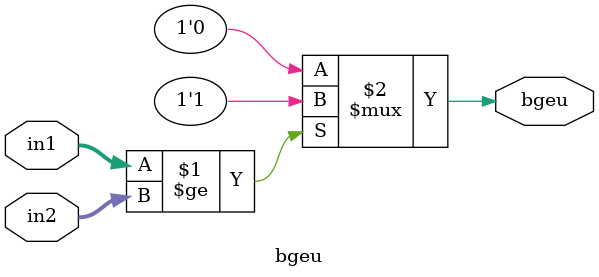
<source format=v>
`define ZILLA_32_BIT 
`timescale 1ns / 1ps

module branch_condition_check #(parameter DATA_WIDTH    = 0,
                                parameter OPCODE        = 0,
                                parameter FUNC3         = 0,
                                parameter PC_WIDTH      = 0,
                                parameter GPR_ADDR_WIDTH = 0)
(
input 			                    br_clk		        ,//external clock
input 			                    br_rst		        ,//external reset
input                               wdt_reset_i         ,
input       		                stall_en	        ,
input 		[OPCODE-1        :0] 	opcode		        ,
input 		[FUNC3-1         :0] 	func3		        ,
input 		[DATA_WIDTH-1    :0] 	rs1_data	        ,//source register 1 data
input 		[DATA_WIDTH-1    :0] 	rs2_data	        ,//source register 2 data
input 		[DATA_WIDTH-1    :0]    alu_data	        ,//ALU output data
input 		[DATA_WIDTH-1    :0]	mem_wb_data	        ,//ALU data/memory read data
input 		[DATA_WIDTH-1    :0]	wb_data		        ,//multiplexer output
input 		[GPR_ADDR_WIDTH-1:0]    id_ex_rd	        ,
input 			                    id_ex_reg_wr_en	    ,
input 		[GPR_ADDR_WIDTH-1:0]    id_ex_rs1	        ,
input 		[GPR_ADDR_WIDTH-1:0]    id_ex_rs2	        ,
input 		[DATA_WIDTH-1    :0] 	imm_val		        ,//immediate value as target address offset
input 		[PC_WIDTH-1      :0] 	pc		            ,//program counter value
output 		[PC_WIDTH-1      :0] 	branch_pc	        ,//calculated target address to instruction memory
output     	                        branch_en	        , //branch enable signal to instruction memory
input                               debug_mode_valid_i  

);

reg             	              branch_enable	    ;
wire 			                  beq		        ;
wire 			                  bne		        ;
wire 			                  blt		        ;
wire 			                  bge		        ;
wire 			                  bltu		        ;
wire 			                  bgeu		        ;
reg 		[DATA_WIDTH-1    :0]  oper1		        ;
reg 		[DATA_WIDTH-1    :0]  oper2		        ;
wire 		[PC_WIDTH-1      :0]  pc_r 		        ;
wire        [PC_WIDTH-1      :0]  pc_r1             ;
wire        [PC_WIDTH-1      :0]  pc_r2             ;
reg 		[GPR_ADDR_WIDTH-1:0]  ex_mem_rd	        ;
reg 		[GPR_ADDR_WIDTH-1:0]  mem_wb_rd	        ;
reg 		[GPR_ADDR_WIDTH-1:0]  wb_rd    	        ;
reg 		[1:0]                 fwd_br_rs1	    ;
reg 		[1:0]                 fwd_br_rs2	    ;
reg 		                      ex_mem_reg_wr_en  ;
reg 		                      mem_wb_reg_wr_en  ;
reg 		                      wb_reg_wr_en      ;

reg debug_mode_valid_r;
reg debug_mode_valid_r1;
reg debug_mode_valid_r2;
wire debug_mode_valid_w;

//calculate right pc value: 
//pipelining the rsq,rs2 and rd values to detect hazard condition
always@(posedge br_clk or negedge br_rst)
begin
	if(!br_rst)
	begin
			ex_mem_rd		    <= {GPR_ADDR_WIDTH{1'b0}}; 
            mem_wb_rd		    <= {GPR_ADDR_WIDTH{1'b0}};
        	wb_rd  			    <= {GPR_ADDR_WIDTH{1'b0}};
			ex_mem_reg_wr_en	<= 1'd0			         ;
        	mem_wb_reg_wr_en	<= 1'd0			         ;
        	wb_reg_wr_en    	<= 1'd0			         ;
            debug_mode_valid_r  <= 1'b0                  ;
            debug_mode_valid_r1 <= 1'b0                  ;
            debug_mode_valid_r2 <= 1'b0                  ;

	end
	else
	begin
			ex_mem_rd		    <= id_ex_rd		         ;
			mem_wb_rd		    <= ex_mem_rd		     ;
			wb_rd  			    <= mem_wb_rd		     ;
			ex_mem_reg_wr_en	<= id_ex_reg_wr_en	     ;
			mem_wb_reg_wr_en	<= ex_mem_reg_wr_en	     ;
			wb_reg_wr_en    	<= mem_wb_reg_wr_en	     ;
            debug_mode_valid_r  <= debug_mode_valid_i    ;
            debug_mode_valid_r1 <= debug_mode_valid_r    ;
            debug_mode_valid_r2 <= debug_mode_valid_r1   ;

	end
end
assign pc_r2                    = pc - 20'd8                        ;
assign pc_r1                    = pc - 20'd4                        ;
assign branch_en                = stall_en ? 1'b0 : branch_enable   ;

assign debug_mode_valid_w = debug_mode_valid_i || debug_mode_valid_r  || debug_mode_valid_r1 || debug_mode_valid_r2 ;
assign pc_r               = debug_mode_valid_w ? pc_r1 : pc_r2;

//hazard condition detection with respect to rs1 address
assign rs1_fwd_ex_mem	= ((ex_mem_rd 	!= {GPR_ADDR_WIDTH{1'b0}}) && (ex_mem_reg_wr_en 	== 1'b1) && (id_ex_rs1 == ex_mem_rd	));
assign rs1_fwd_mem_wb	= ((mem_wb_rd 	!= {GPR_ADDR_WIDTH{1'b0}}) && (mem_wb_reg_wr_en 	== 1'b1) && (id_ex_rs1 != ex_mem_rd	) && (id_ex_rs1 == mem_wb_rd));
assign rs1_fwd_wb	    = ((wb_rd 	    != {GPR_ADDR_WIDTH{1'b0}}) && (wb_reg_wr_en 	    == 1'b1) && (id_ex_rs1 != ex_mem_rd	) && (id_ex_rs1 != mem_wb_rd ) && (id_ex_rs1 == wb_rd));

//hazard condition detection with respect to rs2 address
assign rs2_fwd_ex_mem	= ((ex_mem_rd 	!= {GPR_ADDR_WIDTH{1'b0}}) && (ex_mem_reg_wr_en 	== 1'b1) && (id_ex_rs2 == ex_mem_rd	));                                             
assign rs2_fwd_mem_wb	= ((mem_wb_rd 	!= {GPR_ADDR_WIDTH{1'b0}}) && (mem_wb_reg_wr_en 	== 1'b1) && (id_ex_rs2 != ex_mem_rd	) && (id_ex_rs2 == mem_wb_rd));                 
assign rs2_fwd_wb	    = ((wb_rd 	    != {GPR_ADDR_WIDTH{1'b0}}) && (wb_reg_wr_en 	    == 1'b1) && (id_ex_rs2 != ex_mem_rd	) && (id_ex_rs2 != mem_wb_rd ) && (id_ex_rs2 == wb_rd)); 

//
always@(*)
begin
	case({rs1_fwd_ex_mem,rs1_fwd_mem_wb,rs1_fwd_wb})
		3'b100: 
		begin
			fwd_br_rs1 	= 2'b01		;//forwarding rs1 data from execution stage
		end
		3'b010:
		begin
			fwd_br_rs1 	= 2'b10		;//forwarding rs1 data from memory stage

		end
		3'b001:
		begin
			fwd_br_rs1 	= 2'b11		;//forwarding rs1 data from write back stage
		end
		default:
		begin
			fwd_br_rs1 	= 2'b00		;//default with no hazard

		end

	endcase
end

always@(*)
begin
	case({rs2_fwd_ex_mem,rs2_fwd_mem_wb,rs2_fwd_wb})
		3'b100: 
		begin
			fwd_br_rs2 	= 2'b01		; //forwarding rs2 data from execution stage
		end                                                                           
		3'b010:                                                                       
		begin                                                                         
			fwd_br_rs2 	= 2'b10		; //forwarding rs2 data from memory stage
		end                                                                           
		3'b001:                                                                       
		begin                                                                         
			fwd_br_rs2 	= 2'b11		; //forwarding rs2 data from write back stage                                           
		end                               
		default:
		begin
			fwd_br_rs2 	= 2'b00		; //by default with no hazard
		end

	endcase
end

always@(*)
begin
	case(fwd_br_rs1)
		2'b00:
		begin
			oper1 		= rs1_data	; //default with no hazard
		end
		2'b01:
		begin
			oper1 		= alu_data	; //forwarding from alu output
		end
		2'b10:
		begin
			oper1 		= mem_wb_data	; //forwarding from memory access stage
		end
		2'b11:
		begin
			oper1 		= wb_data	; //forwarding from write back stage
		end
		default:
		begin
			oper1 		= rs1_data	; //default with no hazard		
		end
	endcase
end

always@(*)
begin
	case(fwd_br_rs2)
		2'b00:
		begin
			oper2 		= rs2_data	; //default with no hazard
		end                                                                              
		2'b01:                                                                           
		begin                                                                            
			oper2 		= alu_data	; //forwarding from alu output
		end                                                                              
		2'b10:                                                                           
		begin                                                                            
			oper2 		= mem_wb_data	; //forwarding from memory access stage
		end                                                                              
		2'b11:                                                                           
		begin                                                                            
			oper2 		= wb_data	; //forwarding from write back stage
		end                                                                              
		default:                                                                         
		begin                                                                            
			oper2 		= rs2_data	; //default with no hazard		
		end
	endcase
end

////////////////////////calculating target address
wire [DATA_WIDTH-1:0] 	imm_2s_comp		    ;//1
wire [DATA_WIDTH-1:0] 	tar_sum			    ;
wire [DATA_WIDTH-1:0] 	tar_sum_2s_comp		;
wire [DATA_WIDTH-1:0] 	branch_target 		;
wire 		            branch_target_sign	;
wire [DATA_WIDTH-1:0] 	jalr_target 		;
wire  		            jalr_target_sign 	;
wire 		            tar_addr_s		    ;
wire 		            jalr_en 		    ;
wire [PC_WIDTH-1:0] 	jump_forward		;
wire [PC_WIDTH-1:0] 	jump_backward		;
wire [PC_WIDTH-1:0] 	jal_pc			    ;





assign imm_2s_comp 		    = (~imm_val) + 64'd1 		; 			//jal and  branch //2
assign tar_sum 			    = imm_val    + oper1 		; 			//jalr//1
assign tar_sum_2s_comp 		= (~tar_sum) + 64'd1 		; 			//2
assign branch_target 		= imm_val[DATA_WIDTH-1]   	? imm_2s_comp 		: imm_val 		;//3
assign branch_target_sign 	= imm_val[DATA_WIDTH-1]   	? 1'b1        		: 1'b0 			;
assign jalr_target 		    = tar_sum 					;
assign jalr_target_sign  	= tar_sum[DATA_WIDTH-1]   	? 1'b1 	      		: 1'b0 			;
assign tar_addr_s 		    = (opcode == 7'b1100111) 		? jalr_target_sign 	: branch_target_sign    ;
assign jalr_en 			    = (opcode == 7'b1100111) 		? 1'b1 			: 1'b0 			;
assign jump_forward 		= pc_r + branch_target[PC_WIDTH-1:0] 	;
assign jump_backward 		= pc_r - branch_target[PC_WIDTH-1:0] 	;
assign jal_pc 			    = branch_target_sign    ? jump_backward 	: jump_forward  	;
assign branch_pc 		    = (jalr_en) 		? jalr_target 		: jal_pc 		; 

////////output logic////////////////////
always@(*)
begin
	case({opcode,func3})
		10'b1100011000://beq
		begin
			branch_enable 	= beq	;
		end
		10'b1100011001://bne
		begin
			branch_enable 	= bne	;
		end
		10'b1100011100://blt
		begin
			branch_enable 	= blt	;
		end
		10'b1100011101://bge
		begin
			branch_enable 	= bge	;
		end
		10'b1100011110://bltu
		begin
			branch_enable 	= bltu	;
		end
		10'b1100011111://bgeu
		begin
			branch_enable 	= bgeu	;
		end

		10'b1101111000://JAL
		begin
			branch_enable 	= 1'b1	;
		end
		10'b1100111000://JALR
		begin
			branch_enable 	= 1'b1	;
		end
		default:
		begin
			branch_enable 	= 1'b0	;
		end
		endcase
end


/////////////////instances////////////
beq #(.DATA_WIDTH(DATA_WIDTH))
beq_inst
(
.in1	(oper1	),
.in2	(oper2	),
.beq	(beq	)
);

bne #(.DATA_WIDTH(DATA_WIDTH))
bne_inst
(
.in1	(oper1	),
.in2	(oper2	),
.bne	(bne	)

);

blt #(.DATA_WIDTH(DATA_WIDTH))
blt_inst
(
.in1	(oper1	),
.in2	(oper2	),
.blt	(blt	)

);

bge #(.DATA_WIDTH(DATA_WIDTH))
bge_inst
(
.in1	(oper1	),
.in2	(oper2	),
.bge 	(bge	)

);

bltu #(.DATA_WIDTH(DATA_WIDTH))
bltu_inst
(
.in1	(oper1	),
.in2	(oper2	),
.bltu 	(bltu	)
);

bgeu #(.DATA_WIDTH(DATA_WIDTH))
bgeu_inst
(
.in1	(oper1	),
.in2	(oper2	),
.bgeu 	(bgeu	)

);




endmodule


module beq #(parameter DATA_WIDTH = 0)
(
input [DATA_WIDTH-1:0] in1,
input [DATA_WIDTH-1:0] in2,
output beq
);

assign beq = (in1 == in2) ? 1'b1 : 1'b0;
endmodule

module bne #(parameter DATA_WIDTH = 0)
(
input [DATA_WIDTH-1:0] in1,
input [DATA_WIDTH-1:0] in2,
output bne
);

assign bne = (in1 == in2) ? 1'b0 : 1'b1;
endmodule

module blt #(parameter DATA_WIDTH = 0)
(
input [DATA_WIDTH-1:0] in1,
input [DATA_WIDTH-1:0] in2,
output reg blt
);
always@(*)
begin
	if(in1[DATA_WIDTH-1] == in2[DATA_WIDTH-1])
	begin
		if(in1[DATA_WIDTH-1] && in2[DATA_WIDTH-1])
		begin
			if(in1[DATA_WIDTH-2:0] < in2[DATA_WIDTH-2:0])
			begin
				blt = 1'b1;
			end
			else
			begin
				blt = 1'b0;
			end
		end
		else
		begin
			if(in1[DATA_WIDTH-2:0] < in2[DATA_WIDTH-2:0])
			begin
				blt = 1'b1;
			end
			else
			begin
				blt = 1'b0;
			end
		end
	end
	else
	begin
		if(in1[DATA_WIDTH-1])
		begin
			blt = 1'b1;
		end
		else
		begin
			blt = 1'b0;
		end
	end
end

//assign blt = (in1 < in2) ? 1'b1:1'b0;
endmodule

module bge #(parameter DATA_WIDTH = 0)
(
input [DATA_WIDTH-1:0] in1,
input [DATA_WIDTH-1:0] in2,
output reg bge
);
always@(*)
begin
	if(in1[DATA_WIDTH-1] == in2[DATA_WIDTH-1])
	begin
		if(in1[DATA_WIDTH-1] && in2[DATA_WIDTH-1])
		begin
			if(in1[DATA_WIDTH-2:0] >= in2[DATA_WIDTH-2:0])
			begin
				bge = 1'b1;
			end
			else
			begin
				bge = 1'b0;
			end
		end
		else
		begin
			if(in1[DATA_WIDTH-2:0] >= in2[DATA_WIDTH-2:0])
			begin
				bge = 1'b1;
			end
			else
			begin
				bge = 1'b0;
			end
		end
	end
	else
	begin
		if(in1[DATA_WIDTH-1])
		begin
			bge = 1'b0;
		end
		else
		begin
			bge = 1'b1;
		end
	end
end

	
//assign bge = (in1 > in2) ? 1'b1 : 1'b0;
endmodule

module bltu #(parameter DATA_WIDTH = 0)
(
input [DATA_WIDTH-1:0] in1,
input [DATA_WIDTH-1:0] in2,
output bltu
);

assign bltu = (in1 < in2) ? 1'b1:1'b0;
endmodule

module bgeu #(parameter DATA_WIDTH = 0)
(
input [DATA_WIDTH-1:0] in1,
input [DATA_WIDTH-1:0] in2,
output bgeu
);

assign bgeu = (in1 >= in2) ? 1'b1 : 1'b0;
endmodule

</source>
